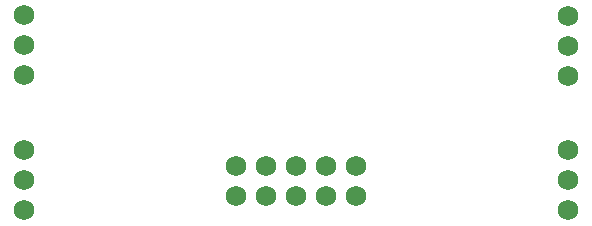
<source format=gbs>
G04 #@! TF.GenerationSoftware,KiCad,Pcbnew,(5.1.8)-1*
G04 #@! TF.CreationDate,2021-08-08T18:19:28-04:00*
G04 #@! TF.ProjectId,nearless_back_pcb,6e656172-6c65-4737-935f-6261636b5f70,rev?*
G04 #@! TF.SameCoordinates,Original*
G04 #@! TF.FileFunction,Soldermask,Bot*
G04 #@! TF.FilePolarity,Negative*
%FSLAX46Y46*%
G04 Gerber Fmt 4.6, Leading zero omitted, Abs format (unit mm)*
G04 Created by KiCad (PCBNEW (5.1.8)-1) date 2021-08-08 18:19:28*
%MOMM*%
%LPD*%
G01*
G04 APERTURE LIST*
%ADD10C,1.727200*%
G04 APERTURE END LIST*
D10*
X117420000Y-57780000D03*
X117420000Y-55240000D03*
X119960000Y-57780000D03*
X119960000Y-55240000D03*
X122500000Y-57780000D03*
X122500000Y-55240000D03*
X125040000Y-57780000D03*
X125040000Y-55240000D03*
X127580000Y-57780000D03*
X127580000Y-55240000D03*
X99500000Y-59000000D03*
X99500000Y-56460000D03*
X99500000Y-53920000D03*
X145500000Y-53920000D03*
X145500000Y-56460000D03*
X145500000Y-59000000D03*
X145500000Y-47580000D03*
X145500000Y-45040000D03*
X145500000Y-42500000D03*
X99500000Y-47540000D03*
X99500000Y-45000000D03*
X99500000Y-42460000D03*
M02*

</source>
